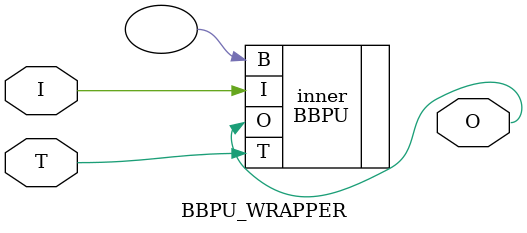
<source format=sv>
module BBPU_WRAPPER(input I, input T, output O);
    BBPU inner(.I(I), .T(T), .O(O), .B());
endmodule

</source>
